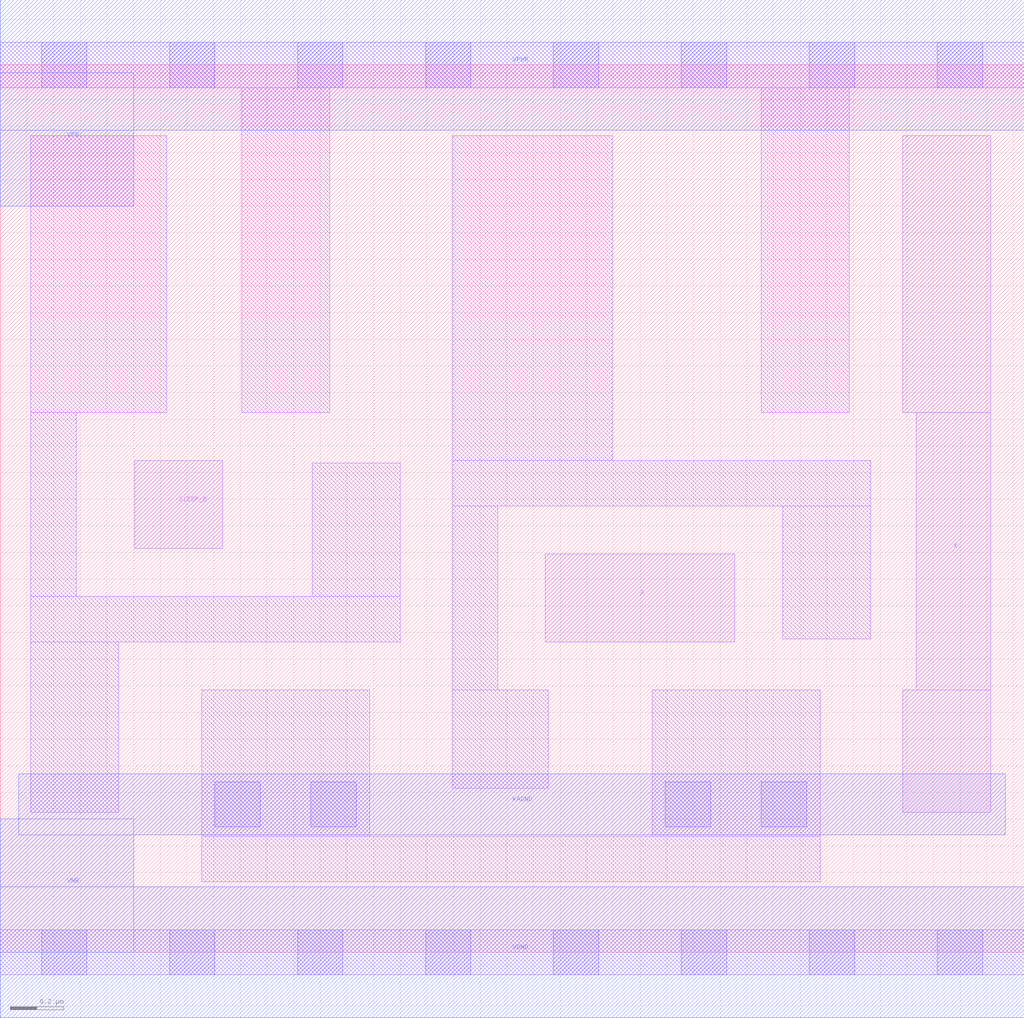
<source format=lef>
# Copyright 2020 The SkyWater PDK Authors
#
# Licensed under the Apache License, Version 2.0 (the "License");
# you may not use this file except in compliance with the License.
# You may obtain a copy of the License at
#
#     https://www.apache.org/licenses/LICENSE-2.0
#
# Unless required by applicable law or agreed to in writing, software
# distributed under the License is distributed on an "AS IS" BASIS,
# WITHOUT WARRANTIES OR CONDITIONS OF ANY KIND, either express or implied.
# See the License for the specific language governing permissions and
# limitations under the License.
#
# SPDX-License-Identifier: Apache-2.0

VERSION 5.5 ;
NAMESCASESENSITIVE ON ;
BUSBITCHARS "[]" ;
DIVIDERCHAR "/" ;
MACRO sky130_fd_sc_lp__iso1n_lp2
  CLASS CORE ;
  SOURCE USER ;
  ORIGIN  0.000000  0.000000 ;
  SIZE  3.840000 BY  3.330000 ;
  SYMMETRY X Y R90 ;
  SITE unit ;
  PIN A
    ANTENNAGATEAREA  0.376000 ;
    DIRECTION INPUT ;
    USE SIGNAL ;
    PORT
      LAYER li1 ;
        RECT 2.045000 1.165000 2.755000 1.495000 ;
    END
  END A
  PIN SLEEP_B
    ANTENNAGATEAREA  0.376000 ;
    DIRECTION INPUT ;
    USE SIGNAL ;
    PORT
      LAYER li1 ;
        RECT 0.505000 1.515000 0.835000 1.845000 ;
    END
  END SLEEP_B
  PIN X
    ANTENNADIFFAREA  0.404700 ;
    DIRECTION OUTPUT ;
    USE SIGNAL ;
    PORT
      LAYER li1 ;
        RECT 3.385000 0.525000 3.715000 0.985000 ;
        RECT 3.385000 2.025000 3.715000 3.065000 ;
        RECT 3.435000 0.985000 3.715000 2.025000 ;
    END
  END X
  PIN KAGND
    ANTENNADIFFAREA  0.235200 ;
    USE GROUND ;
    PORT
      LAYER met1 ;
        RECT 0.070000 0.440000 3.770000 0.670000 ;
    END
  END KAGND
  PIN VGND
    DIRECTION INOUT ;
    USE GROUND ;
    PORT
      LAYER met1 ;
        RECT 0.000000 -0.245000 3.840000 0.245000 ;
    END
  END VGND
  PIN VNB
    DIRECTION INOUT ;
    USE GROUND ;
    PORT
      LAYER met1 ;
        RECT 0.000000 0.000000 0.500000 0.500000 ;
    END
  END VNB
  PIN VPB
    DIRECTION INOUT ;
    USE POWER ;
    PORT
      LAYER met1 ;
        RECT 0.000000 2.800000 0.500000 3.300000 ;
    END
  END VPB
  PIN VPWR
    DIRECTION INOUT ;
    USE POWER ;
    PORT
      LAYER met1 ;
        RECT 0.000000 3.085000 3.840000 3.575000 ;
    END
  END VPWR
  OBS
    LAYER li1 ;
      RECT 0.000000 -0.085000 3.840000 0.085000 ;
      RECT 0.000000  3.245000 3.840000 3.415000 ;
      RECT 0.115000  0.525000 0.445000 1.165000 ;
      RECT 0.115000  1.165000 1.500000 1.335000 ;
      RECT 0.115000  1.335000 0.285000 2.025000 ;
      RECT 0.115000  2.025000 0.625000 3.065000 ;
      RECT 0.755000  0.265000 3.075000 0.435000 ;
      RECT 0.755000  0.435000 1.385000 0.985000 ;
      RECT 0.905000  2.025000 1.235000 3.245000 ;
      RECT 1.170000  1.335000 1.500000 1.835000 ;
      RECT 1.695000  0.615000 2.055000 0.985000 ;
      RECT 1.695000  0.985000 1.865000 1.675000 ;
      RECT 1.695000  1.675000 3.265000 1.845000 ;
      RECT 1.695000  1.845000 2.295000 3.065000 ;
      RECT 2.445000  0.435000 3.075000 0.985000 ;
      RECT 2.855000  2.025000 3.185000 3.245000 ;
      RECT 2.935000  1.175000 3.265000 1.675000 ;
    LAYER mcon ;
      RECT 0.155000 -0.085000 0.325000 0.085000 ;
      RECT 0.155000  3.245000 0.325000 3.415000 ;
      RECT 0.635000 -0.085000 0.805000 0.085000 ;
      RECT 0.635000  3.245000 0.805000 3.415000 ;
      RECT 0.805000  0.470000 0.975000 0.640000 ;
      RECT 1.115000 -0.085000 1.285000 0.085000 ;
      RECT 1.115000  3.245000 1.285000 3.415000 ;
      RECT 1.165000  0.470000 1.335000 0.640000 ;
      RECT 1.595000 -0.085000 1.765000 0.085000 ;
      RECT 1.595000  3.245000 1.765000 3.415000 ;
      RECT 2.075000 -0.085000 2.245000 0.085000 ;
      RECT 2.075000  3.245000 2.245000 3.415000 ;
      RECT 2.495000  0.470000 2.665000 0.640000 ;
      RECT 2.555000 -0.085000 2.725000 0.085000 ;
      RECT 2.555000  3.245000 2.725000 3.415000 ;
      RECT 2.855000  0.470000 3.025000 0.640000 ;
      RECT 3.035000 -0.085000 3.205000 0.085000 ;
      RECT 3.035000  3.245000 3.205000 3.415000 ;
      RECT 3.515000 -0.085000 3.685000 0.085000 ;
      RECT 3.515000  3.245000 3.685000 3.415000 ;
  END
END sky130_fd_sc_lp__iso1n_lp2

</source>
